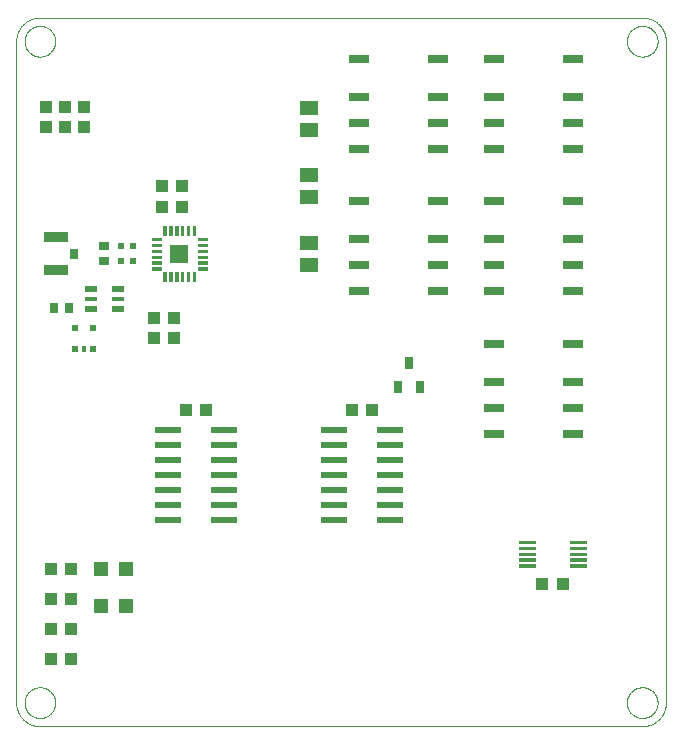
<source format=gtp>
G75*
%MOIN*%
%OFA0B0*%
%FSLAX25Y25*%
%IPPOS*%
%LPD*%
%AMOC8*
5,1,8,0,0,1.08239X$1,22.5*
%
%ADD10C,0.00001*%
%ADD11R,0.04331X0.03937*%
%ADD12R,0.03543X0.02756*%
%ADD13R,0.06457X0.06457*%
%ADD14C,0.00256*%
%ADD15R,0.02362X0.02362*%
%ADD16R,0.03000X0.03800*%
%ADD17R,0.08400X0.03200*%
%ADD18R,0.06700X0.03000*%
%ADD19R,0.05906X0.05118*%
%ADD20C,0.00276*%
%ADD21R,0.08600X0.02200*%
%ADD22R,0.03937X0.04331*%
%ADD23R,0.04724X0.04724*%
%ADD24R,0.03937X0.01181*%
%ADD25R,0.03937X0.02362*%
%ADD26R,0.01575X0.02362*%
%ADD27R,0.02756X0.03543*%
%ADD28R,0.02500X0.04000*%
D10*
X0105675Y0063549D02*
X0105675Y0284021D01*
X0108431Y0284021D02*
X0108433Y0284164D01*
X0108439Y0284307D01*
X0108449Y0284449D01*
X0108463Y0284591D01*
X0108481Y0284733D01*
X0108503Y0284875D01*
X0108528Y0285015D01*
X0108558Y0285155D01*
X0108592Y0285294D01*
X0108629Y0285432D01*
X0108671Y0285569D01*
X0108716Y0285704D01*
X0108765Y0285838D01*
X0108817Y0285971D01*
X0108873Y0286103D01*
X0108933Y0286232D01*
X0108997Y0286360D01*
X0109064Y0286487D01*
X0109135Y0286611D01*
X0109209Y0286733D01*
X0109286Y0286853D01*
X0109367Y0286971D01*
X0109451Y0287087D01*
X0109538Y0287200D01*
X0109628Y0287311D01*
X0109722Y0287419D01*
X0109818Y0287525D01*
X0109917Y0287627D01*
X0110020Y0287727D01*
X0110124Y0287824D01*
X0110232Y0287919D01*
X0110342Y0288010D01*
X0110455Y0288098D01*
X0110570Y0288182D01*
X0110687Y0288264D01*
X0110807Y0288342D01*
X0110928Y0288417D01*
X0111052Y0288489D01*
X0111178Y0288557D01*
X0111305Y0288621D01*
X0111435Y0288682D01*
X0111566Y0288739D01*
X0111698Y0288793D01*
X0111832Y0288842D01*
X0111967Y0288889D01*
X0112104Y0288931D01*
X0112242Y0288969D01*
X0112380Y0289004D01*
X0112520Y0289034D01*
X0112660Y0289061D01*
X0112801Y0289084D01*
X0112943Y0289103D01*
X0113085Y0289118D01*
X0113228Y0289129D01*
X0113370Y0289136D01*
X0113513Y0289139D01*
X0113656Y0289138D01*
X0113799Y0289133D01*
X0113942Y0289124D01*
X0114084Y0289111D01*
X0114226Y0289094D01*
X0114367Y0289073D01*
X0114508Y0289048D01*
X0114648Y0289020D01*
X0114787Y0288987D01*
X0114925Y0288950D01*
X0115062Y0288910D01*
X0115198Y0288866D01*
X0115333Y0288818D01*
X0115466Y0288766D01*
X0115598Y0288711D01*
X0115728Y0288652D01*
X0115857Y0288589D01*
X0115983Y0288523D01*
X0116108Y0288453D01*
X0116231Y0288380D01*
X0116351Y0288304D01*
X0116470Y0288224D01*
X0116586Y0288140D01*
X0116700Y0288054D01*
X0116811Y0287964D01*
X0116920Y0287872D01*
X0117026Y0287776D01*
X0117130Y0287678D01*
X0117231Y0287576D01*
X0117328Y0287472D01*
X0117423Y0287365D01*
X0117515Y0287256D01*
X0117604Y0287144D01*
X0117690Y0287029D01*
X0117772Y0286913D01*
X0117851Y0286793D01*
X0117927Y0286672D01*
X0117999Y0286549D01*
X0118068Y0286424D01*
X0118133Y0286297D01*
X0118195Y0286168D01*
X0118253Y0286037D01*
X0118308Y0285905D01*
X0118358Y0285771D01*
X0118405Y0285636D01*
X0118449Y0285500D01*
X0118488Y0285363D01*
X0118523Y0285224D01*
X0118555Y0285085D01*
X0118583Y0284945D01*
X0118607Y0284804D01*
X0118627Y0284662D01*
X0118643Y0284520D01*
X0118655Y0284378D01*
X0118663Y0284235D01*
X0118667Y0284092D01*
X0118667Y0283950D01*
X0118663Y0283807D01*
X0118655Y0283664D01*
X0118643Y0283522D01*
X0118627Y0283380D01*
X0118607Y0283238D01*
X0118583Y0283097D01*
X0118555Y0282957D01*
X0118523Y0282818D01*
X0118488Y0282679D01*
X0118449Y0282542D01*
X0118405Y0282406D01*
X0118358Y0282271D01*
X0118308Y0282137D01*
X0118253Y0282005D01*
X0118195Y0281874D01*
X0118133Y0281745D01*
X0118068Y0281618D01*
X0117999Y0281493D01*
X0117927Y0281370D01*
X0117851Y0281249D01*
X0117772Y0281129D01*
X0117690Y0281013D01*
X0117604Y0280898D01*
X0117515Y0280786D01*
X0117423Y0280677D01*
X0117328Y0280570D01*
X0117231Y0280466D01*
X0117130Y0280364D01*
X0117026Y0280266D01*
X0116920Y0280170D01*
X0116811Y0280078D01*
X0116700Y0279988D01*
X0116586Y0279902D01*
X0116470Y0279818D01*
X0116351Y0279738D01*
X0116231Y0279662D01*
X0116108Y0279589D01*
X0115983Y0279519D01*
X0115857Y0279453D01*
X0115728Y0279390D01*
X0115598Y0279331D01*
X0115466Y0279276D01*
X0115333Y0279224D01*
X0115198Y0279176D01*
X0115062Y0279132D01*
X0114925Y0279092D01*
X0114787Y0279055D01*
X0114648Y0279022D01*
X0114508Y0278994D01*
X0114367Y0278969D01*
X0114226Y0278948D01*
X0114084Y0278931D01*
X0113942Y0278918D01*
X0113799Y0278909D01*
X0113656Y0278904D01*
X0113513Y0278903D01*
X0113370Y0278906D01*
X0113228Y0278913D01*
X0113085Y0278924D01*
X0112943Y0278939D01*
X0112801Y0278958D01*
X0112660Y0278981D01*
X0112520Y0279008D01*
X0112380Y0279038D01*
X0112242Y0279073D01*
X0112104Y0279111D01*
X0111967Y0279153D01*
X0111832Y0279200D01*
X0111698Y0279249D01*
X0111566Y0279303D01*
X0111435Y0279360D01*
X0111305Y0279421D01*
X0111178Y0279485D01*
X0111052Y0279553D01*
X0110928Y0279625D01*
X0110807Y0279700D01*
X0110687Y0279778D01*
X0110570Y0279860D01*
X0110455Y0279944D01*
X0110342Y0280032D01*
X0110232Y0280123D01*
X0110124Y0280218D01*
X0110020Y0280315D01*
X0109917Y0280415D01*
X0109818Y0280517D01*
X0109722Y0280623D01*
X0109628Y0280731D01*
X0109538Y0280842D01*
X0109451Y0280955D01*
X0109367Y0281071D01*
X0109286Y0281189D01*
X0109209Y0281309D01*
X0109135Y0281431D01*
X0109064Y0281555D01*
X0108997Y0281682D01*
X0108933Y0281810D01*
X0108873Y0281939D01*
X0108817Y0282071D01*
X0108765Y0282204D01*
X0108716Y0282338D01*
X0108671Y0282473D01*
X0108629Y0282610D01*
X0108592Y0282748D01*
X0108558Y0282887D01*
X0108528Y0283027D01*
X0108503Y0283167D01*
X0108481Y0283309D01*
X0108463Y0283451D01*
X0108449Y0283593D01*
X0108439Y0283735D01*
X0108433Y0283878D01*
X0108431Y0284021D01*
X0105675Y0284021D02*
X0105677Y0284211D01*
X0105684Y0284401D01*
X0105696Y0284591D01*
X0105712Y0284781D01*
X0105732Y0284970D01*
X0105758Y0285159D01*
X0105787Y0285347D01*
X0105822Y0285534D01*
X0105861Y0285720D01*
X0105904Y0285905D01*
X0105952Y0286090D01*
X0106004Y0286273D01*
X0106060Y0286454D01*
X0106121Y0286634D01*
X0106187Y0286813D01*
X0106256Y0286990D01*
X0106330Y0287166D01*
X0106408Y0287339D01*
X0106491Y0287511D01*
X0106577Y0287680D01*
X0106667Y0287848D01*
X0106762Y0288013D01*
X0106860Y0288176D01*
X0106963Y0288336D01*
X0107069Y0288494D01*
X0107179Y0288649D01*
X0107292Y0288802D01*
X0107410Y0288952D01*
X0107531Y0289098D01*
X0107655Y0289242D01*
X0107783Y0289383D01*
X0107914Y0289521D01*
X0108049Y0289656D01*
X0108187Y0289787D01*
X0108328Y0289915D01*
X0108472Y0290039D01*
X0108618Y0290160D01*
X0108768Y0290278D01*
X0108921Y0290391D01*
X0109076Y0290501D01*
X0109234Y0290607D01*
X0109394Y0290710D01*
X0109557Y0290808D01*
X0109722Y0290903D01*
X0109890Y0290993D01*
X0110059Y0291079D01*
X0110231Y0291162D01*
X0110404Y0291240D01*
X0110580Y0291314D01*
X0110757Y0291383D01*
X0110936Y0291449D01*
X0111116Y0291510D01*
X0111297Y0291566D01*
X0111480Y0291618D01*
X0111665Y0291666D01*
X0111850Y0291709D01*
X0112036Y0291748D01*
X0112223Y0291783D01*
X0112411Y0291812D01*
X0112600Y0291838D01*
X0112789Y0291858D01*
X0112979Y0291874D01*
X0113169Y0291886D01*
X0113359Y0291893D01*
X0113549Y0291895D01*
X0314336Y0291895D01*
X0309218Y0284021D02*
X0309220Y0284164D01*
X0309226Y0284307D01*
X0309236Y0284449D01*
X0309250Y0284591D01*
X0309268Y0284733D01*
X0309290Y0284875D01*
X0309315Y0285015D01*
X0309345Y0285155D01*
X0309379Y0285294D01*
X0309416Y0285432D01*
X0309458Y0285569D01*
X0309503Y0285704D01*
X0309552Y0285838D01*
X0309604Y0285971D01*
X0309660Y0286103D01*
X0309720Y0286232D01*
X0309784Y0286360D01*
X0309851Y0286487D01*
X0309922Y0286611D01*
X0309996Y0286733D01*
X0310073Y0286853D01*
X0310154Y0286971D01*
X0310238Y0287087D01*
X0310325Y0287200D01*
X0310415Y0287311D01*
X0310509Y0287419D01*
X0310605Y0287525D01*
X0310704Y0287627D01*
X0310807Y0287727D01*
X0310911Y0287824D01*
X0311019Y0287919D01*
X0311129Y0288010D01*
X0311242Y0288098D01*
X0311357Y0288182D01*
X0311474Y0288264D01*
X0311594Y0288342D01*
X0311715Y0288417D01*
X0311839Y0288489D01*
X0311965Y0288557D01*
X0312092Y0288621D01*
X0312222Y0288682D01*
X0312353Y0288739D01*
X0312485Y0288793D01*
X0312619Y0288842D01*
X0312754Y0288889D01*
X0312891Y0288931D01*
X0313029Y0288969D01*
X0313167Y0289004D01*
X0313307Y0289034D01*
X0313447Y0289061D01*
X0313588Y0289084D01*
X0313730Y0289103D01*
X0313872Y0289118D01*
X0314015Y0289129D01*
X0314157Y0289136D01*
X0314300Y0289139D01*
X0314443Y0289138D01*
X0314586Y0289133D01*
X0314729Y0289124D01*
X0314871Y0289111D01*
X0315013Y0289094D01*
X0315154Y0289073D01*
X0315295Y0289048D01*
X0315435Y0289020D01*
X0315574Y0288987D01*
X0315712Y0288950D01*
X0315849Y0288910D01*
X0315985Y0288866D01*
X0316120Y0288818D01*
X0316253Y0288766D01*
X0316385Y0288711D01*
X0316515Y0288652D01*
X0316644Y0288589D01*
X0316770Y0288523D01*
X0316895Y0288453D01*
X0317018Y0288380D01*
X0317138Y0288304D01*
X0317257Y0288224D01*
X0317373Y0288140D01*
X0317487Y0288054D01*
X0317598Y0287964D01*
X0317707Y0287872D01*
X0317813Y0287776D01*
X0317917Y0287678D01*
X0318018Y0287576D01*
X0318115Y0287472D01*
X0318210Y0287365D01*
X0318302Y0287256D01*
X0318391Y0287144D01*
X0318477Y0287029D01*
X0318559Y0286913D01*
X0318638Y0286793D01*
X0318714Y0286672D01*
X0318786Y0286549D01*
X0318855Y0286424D01*
X0318920Y0286297D01*
X0318982Y0286168D01*
X0319040Y0286037D01*
X0319095Y0285905D01*
X0319145Y0285771D01*
X0319192Y0285636D01*
X0319236Y0285500D01*
X0319275Y0285363D01*
X0319310Y0285224D01*
X0319342Y0285085D01*
X0319370Y0284945D01*
X0319394Y0284804D01*
X0319414Y0284662D01*
X0319430Y0284520D01*
X0319442Y0284378D01*
X0319450Y0284235D01*
X0319454Y0284092D01*
X0319454Y0283950D01*
X0319450Y0283807D01*
X0319442Y0283664D01*
X0319430Y0283522D01*
X0319414Y0283380D01*
X0319394Y0283238D01*
X0319370Y0283097D01*
X0319342Y0282957D01*
X0319310Y0282818D01*
X0319275Y0282679D01*
X0319236Y0282542D01*
X0319192Y0282406D01*
X0319145Y0282271D01*
X0319095Y0282137D01*
X0319040Y0282005D01*
X0318982Y0281874D01*
X0318920Y0281745D01*
X0318855Y0281618D01*
X0318786Y0281493D01*
X0318714Y0281370D01*
X0318638Y0281249D01*
X0318559Y0281129D01*
X0318477Y0281013D01*
X0318391Y0280898D01*
X0318302Y0280786D01*
X0318210Y0280677D01*
X0318115Y0280570D01*
X0318018Y0280466D01*
X0317917Y0280364D01*
X0317813Y0280266D01*
X0317707Y0280170D01*
X0317598Y0280078D01*
X0317487Y0279988D01*
X0317373Y0279902D01*
X0317257Y0279818D01*
X0317138Y0279738D01*
X0317018Y0279662D01*
X0316895Y0279589D01*
X0316770Y0279519D01*
X0316644Y0279453D01*
X0316515Y0279390D01*
X0316385Y0279331D01*
X0316253Y0279276D01*
X0316120Y0279224D01*
X0315985Y0279176D01*
X0315849Y0279132D01*
X0315712Y0279092D01*
X0315574Y0279055D01*
X0315435Y0279022D01*
X0315295Y0278994D01*
X0315154Y0278969D01*
X0315013Y0278948D01*
X0314871Y0278931D01*
X0314729Y0278918D01*
X0314586Y0278909D01*
X0314443Y0278904D01*
X0314300Y0278903D01*
X0314157Y0278906D01*
X0314015Y0278913D01*
X0313872Y0278924D01*
X0313730Y0278939D01*
X0313588Y0278958D01*
X0313447Y0278981D01*
X0313307Y0279008D01*
X0313167Y0279038D01*
X0313029Y0279073D01*
X0312891Y0279111D01*
X0312754Y0279153D01*
X0312619Y0279200D01*
X0312485Y0279249D01*
X0312353Y0279303D01*
X0312222Y0279360D01*
X0312092Y0279421D01*
X0311965Y0279485D01*
X0311839Y0279553D01*
X0311715Y0279625D01*
X0311594Y0279700D01*
X0311474Y0279778D01*
X0311357Y0279860D01*
X0311242Y0279944D01*
X0311129Y0280032D01*
X0311019Y0280123D01*
X0310911Y0280218D01*
X0310807Y0280315D01*
X0310704Y0280415D01*
X0310605Y0280517D01*
X0310509Y0280623D01*
X0310415Y0280731D01*
X0310325Y0280842D01*
X0310238Y0280955D01*
X0310154Y0281071D01*
X0310073Y0281189D01*
X0309996Y0281309D01*
X0309922Y0281431D01*
X0309851Y0281555D01*
X0309784Y0281682D01*
X0309720Y0281810D01*
X0309660Y0281939D01*
X0309604Y0282071D01*
X0309552Y0282204D01*
X0309503Y0282338D01*
X0309458Y0282473D01*
X0309416Y0282610D01*
X0309379Y0282748D01*
X0309345Y0282887D01*
X0309315Y0283027D01*
X0309290Y0283167D01*
X0309268Y0283309D01*
X0309250Y0283451D01*
X0309236Y0283593D01*
X0309226Y0283735D01*
X0309220Y0283878D01*
X0309218Y0284021D01*
X0314336Y0291895D02*
X0314526Y0291893D01*
X0314716Y0291886D01*
X0314906Y0291874D01*
X0315096Y0291858D01*
X0315285Y0291838D01*
X0315474Y0291812D01*
X0315662Y0291783D01*
X0315849Y0291748D01*
X0316035Y0291709D01*
X0316220Y0291666D01*
X0316405Y0291618D01*
X0316588Y0291566D01*
X0316769Y0291510D01*
X0316949Y0291449D01*
X0317128Y0291383D01*
X0317305Y0291314D01*
X0317481Y0291240D01*
X0317654Y0291162D01*
X0317826Y0291079D01*
X0317995Y0290993D01*
X0318163Y0290903D01*
X0318328Y0290808D01*
X0318491Y0290710D01*
X0318651Y0290607D01*
X0318809Y0290501D01*
X0318964Y0290391D01*
X0319117Y0290278D01*
X0319267Y0290160D01*
X0319413Y0290039D01*
X0319557Y0289915D01*
X0319698Y0289787D01*
X0319836Y0289656D01*
X0319971Y0289521D01*
X0320102Y0289383D01*
X0320230Y0289242D01*
X0320354Y0289098D01*
X0320475Y0288952D01*
X0320593Y0288802D01*
X0320706Y0288649D01*
X0320816Y0288494D01*
X0320922Y0288336D01*
X0321025Y0288176D01*
X0321123Y0288013D01*
X0321218Y0287848D01*
X0321308Y0287680D01*
X0321394Y0287511D01*
X0321477Y0287339D01*
X0321555Y0287166D01*
X0321629Y0286990D01*
X0321698Y0286813D01*
X0321764Y0286634D01*
X0321825Y0286454D01*
X0321881Y0286273D01*
X0321933Y0286090D01*
X0321981Y0285905D01*
X0322024Y0285720D01*
X0322063Y0285534D01*
X0322098Y0285347D01*
X0322127Y0285159D01*
X0322153Y0284970D01*
X0322173Y0284781D01*
X0322189Y0284591D01*
X0322201Y0284401D01*
X0322208Y0284211D01*
X0322210Y0284021D01*
X0322210Y0063549D01*
X0309218Y0063549D02*
X0309220Y0063692D01*
X0309226Y0063835D01*
X0309236Y0063977D01*
X0309250Y0064119D01*
X0309268Y0064261D01*
X0309290Y0064403D01*
X0309315Y0064543D01*
X0309345Y0064683D01*
X0309379Y0064822D01*
X0309416Y0064960D01*
X0309458Y0065097D01*
X0309503Y0065232D01*
X0309552Y0065366D01*
X0309604Y0065499D01*
X0309660Y0065631D01*
X0309720Y0065760D01*
X0309784Y0065888D01*
X0309851Y0066015D01*
X0309922Y0066139D01*
X0309996Y0066261D01*
X0310073Y0066381D01*
X0310154Y0066499D01*
X0310238Y0066615D01*
X0310325Y0066728D01*
X0310415Y0066839D01*
X0310509Y0066947D01*
X0310605Y0067053D01*
X0310704Y0067155D01*
X0310807Y0067255D01*
X0310911Y0067352D01*
X0311019Y0067447D01*
X0311129Y0067538D01*
X0311242Y0067626D01*
X0311357Y0067710D01*
X0311474Y0067792D01*
X0311594Y0067870D01*
X0311715Y0067945D01*
X0311839Y0068017D01*
X0311965Y0068085D01*
X0312092Y0068149D01*
X0312222Y0068210D01*
X0312353Y0068267D01*
X0312485Y0068321D01*
X0312619Y0068370D01*
X0312754Y0068417D01*
X0312891Y0068459D01*
X0313029Y0068497D01*
X0313167Y0068532D01*
X0313307Y0068562D01*
X0313447Y0068589D01*
X0313588Y0068612D01*
X0313730Y0068631D01*
X0313872Y0068646D01*
X0314015Y0068657D01*
X0314157Y0068664D01*
X0314300Y0068667D01*
X0314443Y0068666D01*
X0314586Y0068661D01*
X0314729Y0068652D01*
X0314871Y0068639D01*
X0315013Y0068622D01*
X0315154Y0068601D01*
X0315295Y0068576D01*
X0315435Y0068548D01*
X0315574Y0068515D01*
X0315712Y0068478D01*
X0315849Y0068438D01*
X0315985Y0068394D01*
X0316120Y0068346D01*
X0316253Y0068294D01*
X0316385Y0068239D01*
X0316515Y0068180D01*
X0316644Y0068117D01*
X0316770Y0068051D01*
X0316895Y0067981D01*
X0317018Y0067908D01*
X0317138Y0067832D01*
X0317257Y0067752D01*
X0317373Y0067668D01*
X0317487Y0067582D01*
X0317598Y0067492D01*
X0317707Y0067400D01*
X0317813Y0067304D01*
X0317917Y0067206D01*
X0318018Y0067104D01*
X0318115Y0067000D01*
X0318210Y0066893D01*
X0318302Y0066784D01*
X0318391Y0066672D01*
X0318477Y0066557D01*
X0318559Y0066441D01*
X0318638Y0066321D01*
X0318714Y0066200D01*
X0318786Y0066077D01*
X0318855Y0065952D01*
X0318920Y0065825D01*
X0318982Y0065696D01*
X0319040Y0065565D01*
X0319095Y0065433D01*
X0319145Y0065299D01*
X0319192Y0065164D01*
X0319236Y0065028D01*
X0319275Y0064891D01*
X0319310Y0064752D01*
X0319342Y0064613D01*
X0319370Y0064473D01*
X0319394Y0064332D01*
X0319414Y0064190D01*
X0319430Y0064048D01*
X0319442Y0063906D01*
X0319450Y0063763D01*
X0319454Y0063620D01*
X0319454Y0063478D01*
X0319450Y0063335D01*
X0319442Y0063192D01*
X0319430Y0063050D01*
X0319414Y0062908D01*
X0319394Y0062766D01*
X0319370Y0062625D01*
X0319342Y0062485D01*
X0319310Y0062346D01*
X0319275Y0062207D01*
X0319236Y0062070D01*
X0319192Y0061934D01*
X0319145Y0061799D01*
X0319095Y0061665D01*
X0319040Y0061533D01*
X0318982Y0061402D01*
X0318920Y0061273D01*
X0318855Y0061146D01*
X0318786Y0061021D01*
X0318714Y0060898D01*
X0318638Y0060777D01*
X0318559Y0060657D01*
X0318477Y0060541D01*
X0318391Y0060426D01*
X0318302Y0060314D01*
X0318210Y0060205D01*
X0318115Y0060098D01*
X0318018Y0059994D01*
X0317917Y0059892D01*
X0317813Y0059794D01*
X0317707Y0059698D01*
X0317598Y0059606D01*
X0317487Y0059516D01*
X0317373Y0059430D01*
X0317257Y0059346D01*
X0317138Y0059266D01*
X0317018Y0059190D01*
X0316895Y0059117D01*
X0316770Y0059047D01*
X0316644Y0058981D01*
X0316515Y0058918D01*
X0316385Y0058859D01*
X0316253Y0058804D01*
X0316120Y0058752D01*
X0315985Y0058704D01*
X0315849Y0058660D01*
X0315712Y0058620D01*
X0315574Y0058583D01*
X0315435Y0058550D01*
X0315295Y0058522D01*
X0315154Y0058497D01*
X0315013Y0058476D01*
X0314871Y0058459D01*
X0314729Y0058446D01*
X0314586Y0058437D01*
X0314443Y0058432D01*
X0314300Y0058431D01*
X0314157Y0058434D01*
X0314015Y0058441D01*
X0313872Y0058452D01*
X0313730Y0058467D01*
X0313588Y0058486D01*
X0313447Y0058509D01*
X0313307Y0058536D01*
X0313167Y0058566D01*
X0313029Y0058601D01*
X0312891Y0058639D01*
X0312754Y0058681D01*
X0312619Y0058728D01*
X0312485Y0058777D01*
X0312353Y0058831D01*
X0312222Y0058888D01*
X0312092Y0058949D01*
X0311965Y0059013D01*
X0311839Y0059081D01*
X0311715Y0059153D01*
X0311594Y0059228D01*
X0311474Y0059306D01*
X0311357Y0059388D01*
X0311242Y0059472D01*
X0311129Y0059560D01*
X0311019Y0059651D01*
X0310911Y0059746D01*
X0310807Y0059843D01*
X0310704Y0059943D01*
X0310605Y0060045D01*
X0310509Y0060151D01*
X0310415Y0060259D01*
X0310325Y0060370D01*
X0310238Y0060483D01*
X0310154Y0060599D01*
X0310073Y0060717D01*
X0309996Y0060837D01*
X0309922Y0060959D01*
X0309851Y0061083D01*
X0309784Y0061210D01*
X0309720Y0061338D01*
X0309660Y0061467D01*
X0309604Y0061599D01*
X0309552Y0061732D01*
X0309503Y0061866D01*
X0309458Y0062001D01*
X0309416Y0062138D01*
X0309379Y0062276D01*
X0309345Y0062415D01*
X0309315Y0062555D01*
X0309290Y0062695D01*
X0309268Y0062837D01*
X0309250Y0062979D01*
X0309236Y0063121D01*
X0309226Y0063263D01*
X0309220Y0063406D01*
X0309218Y0063549D01*
X0314336Y0055675D02*
X0314526Y0055677D01*
X0314716Y0055684D01*
X0314906Y0055696D01*
X0315096Y0055712D01*
X0315285Y0055732D01*
X0315474Y0055758D01*
X0315662Y0055787D01*
X0315849Y0055822D01*
X0316035Y0055861D01*
X0316220Y0055904D01*
X0316405Y0055952D01*
X0316588Y0056004D01*
X0316769Y0056060D01*
X0316949Y0056121D01*
X0317128Y0056187D01*
X0317305Y0056256D01*
X0317481Y0056330D01*
X0317654Y0056408D01*
X0317826Y0056491D01*
X0317995Y0056577D01*
X0318163Y0056667D01*
X0318328Y0056762D01*
X0318491Y0056860D01*
X0318651Y0056963D01*
X0318809Y0057069D01*
X0318964Y0057179D01*
X0319117Y0057292D01*
X0319267Y0057410D01*
X0319413Y0057531D01*
X0319557Y0057655D01*
X0319698Y0057783D01*
X0319836Y0057914D01*
X0319971Y0058049D01*
X0320102Y0058187D01*
X0320230Y0058328D01*
X0320354Y0058472D01*
X0320475Y0058618D01*
X0320593Y0058768D01*
X0320706Y0058921D01*
X0320816Y0059076D01*
X0320922Y0059234D01*
X0321025Y0059394D01*
X0321123Y0059557D01*
X0321218Y0059722D01*
X0321308Y0059890D01*
X0321394Y0060059D01*
X0321477Y0060231D01*
X0321555Y0060404D01*
X0321629Y0060580D01*
X0321698Y0060757D01*
X0321764Y0060936D01*
X0321825Y0061116D01*
X0321881Y0061297D01*
X0321933Y0061480D01*
X0321981Y0061665D01*
X0322024Y0061850D01*
X0322063Y0062036D01*
X0322098Y0062223D01*
X0322127Y0062411D01*
X0322153Y0062600D01*
X0322173Y0062789D01*
X0322189Y0062979D01*
X0322201Y0063169D01*
X0322208Y0063359D01*
X0322210Y0063549D01*
X0314336Y0055675D02*
X0113549Y0055675D01*
X0108431Y0063549D02*
X0108433Y0063692D01*
X0108439Y0063835D01*
X0108449Y0063977D01*
X0108463Y0064119D01*
X0108481Y0064261D01*
X0108503Y0064403D01*
X0108528Y0064543D01*
X0108558Y0064683D01*
X0108592Y0064822D01*
X0108629Y0064960D01*
X0108671Y0065097D01*
X0108716Y0065232D01*
X0108765Y0065366D01*
X0108817Y0065499D01*
X0108873Y0065631D01*
X0108933Y0065760D01*
X0108997Y0065888D01*
X0109064Y0066015D01*
X0109135Y0066139D01*
X0109209Y0066261D01*
X0109286Y0066381D01*
X0109367Y0066499D01*
X0109451Y0066615D01*
X0109538Y0066728D01*
X0109628Y0066839D01*
X0109722Y0066947D01*
X0109818Y0067053D01*
X0109917Y0067155D01*
X0110020Y0067255D01*
X0110124Y0067352D01*
X0110232Y0067447D01*
X0110342Y0067538D01*
X0110455Y0067626D01*
X0110570Y0067710D01*
X0110687Y0067792D01*
X0110807Y0067870D01*
X0110928Y0067945D01*
X0111052Y0068017D01*
X0111178Y0068085D01*
X0111305Y0068149D01*
X0111435Y0068210D01*
X0111566Y0068267D01*
X0111698Y0068321D01*
X0111832Y0068370D01*
X0111967Y0068417D01*
X0112104Y0068459D01*
X0112242Y0068497D01*
X0112380Y0068532D01*
X0112520Y0068562D01*
X0112660Y0068589D01*
X0112801Y0068612D01*
X0112943Y0068631D01*
X0113085Y0068646D01*
X0113228Y0068657D01*
X0113370Y0068664D01*
X0113513Y0068667D01*
X0113656Y0068666D01*
X0113799Y0068661D01*
X0113942Y0068652D01*
X0114084Y0068639D01*
X0114226Y0068622D01*
X0114367Y0068601D01*
X0114508Y0068576D01*
X0114648Y0068548D01*
X0114787Y0068515D01*
X0114925Y0068478D01*
X0115062Y0068438D01*
X0115198Y0068394D01*
X0115333Y0068346D01*
X0115466Y0068294D01*
X0115598Y0068239D01*
X0115728Y0068180D01*
X0115857Y0068117D01*
X0115983Y0068051D01*
X0116108Y0067981D01*
X0116231Y0067908D01*
X0116351Y0067832D01*
X0116470Y0067752D01*
X0116586Y0067668D01*
X0116700Y0067582D01*
X0116811Y0067492D01*
X0116920Y0067400D01*
X0117026Y0067304D01*
X0117130Y0067206D01*
X0117231Y0067104D01*
X0117328Y0067000D01*
X0117423Y0066893D01*
X0117515Y0066784D01*
X0117604Y0066672D01*
X0117690Y0066557D01*
X0117772Y0066441D01*
X0117851Y0066321D01*
X0117927Y0066200D01*
X0117999Y0066077D01*
X0118068Y0065952D01*
X0118133Y0065825D01*
X0118195Y0065696D01*
X0118253Y0065565D01*
X0118308Y0065433D01*
X0118358Y0065299D01*
X0118405Y0065164D01*
X0118449Y0065028D01*
X0118488Y0064891D01*
X0118523Y0064752D01*
X0118555Y0064613D01*
X0118583Y0064473D01*
X0118607Y0064332D01*
X0118627Y0064190D01*
X0118643Y0064048D01*
X0118655Y0063906D01*
X0118663Y0063763D01*
X0118667Y0063620D01*
X0118667Y0063478D01*
X0118663Y0063335D01*
X0118655Y0063192D01*
X0118643Y0063050D01*
X0118627Y0062908D01*
X0118607Y0062766D01*
X0118583Y0062625D01*
X0118555Y0062485D01*
X0118523Y0062346D01*
X0118488Y0062207D01*
X0118449Y0062070D01*
X0118405Y0061934D01*
X0118358Y0061799D01*
X0118308Y0061665D01*
X0118253Y0061533D01*
X0118195Y0061402D01*
X0118133Y0061273D01*
X0118068Y0061146D01*
X0117999Y0061021D01*
X0117927Y0060898D01*
X0117851Y0060777D01*
X0117772Y0060657D01*
X0117690Y0060541D01*
X0117604Y0060426D01*
X0117515Y0060314D01*
X0117423Y0060205D01*
X0117328Y0060098D01*
X0117231Y0059994D01*
X0117130Y0059892D01*
X0117026Y0059794D01*
X0116920Y0059698D01*
X0116811Y0059606D01*
X0116700Y0059516D01*
X0116586Y0059430D01*
X0116470Y0059346D01*
X0116351Y0059266D01*
X0116231Y0059190D01*
X0116108Y0059117D01*
X0115983Y0059047D01*
X0115857Y0058981D01*
X0115728Y0058918D01*
X0115598Y0058859D01*
X0115466Y0058804D01*
X0115333Y0058752D01*
X0115198Y0058704D01*
X0115062Y0058660D01*
X0114925Y0058620D01*
X0114787Y0058583D01*
X0114648Y0058550D01*
X0114508Y0058522D01*
X0114367Y0058497D01*
X0114226Y0058476D01*
X0114084Y0058459D01*
X0113942Y0058446D01*
X0113799Y0058437D01*
X0113656Y0058432D01*
X0113513Y0058431D01*
X0113370Y0058434D01*
X0113228Y0058441D01*
X0113085Y0058452D01*
X0112943Y0058467D01*
X0112801Y0058486D01*
X0112660Y0058509D01*
X0112520Y0058536D01*
X0112380Y0058566D01*
X0112242Y0058601D01*
X0112104Y0058639D01*
X0111967Y0058681D01*
X0111832Y0058728D01*
X0111698Y0058777D01*
X0111566Y0058831D01*
X0111435Y0058888D01*
X0111305Y0058949D01*
X0111178Y0059013D01*
X0111052Y0059081D01*
X0110928Y0059153D01*
X0110807Y0059228D01*
X0110687Y0059306D01*
X0110570Y0059388D01*
X0110455Y0059472D01*
X0110342Y0059560D01*
X0110232Y0059651D01*
X0110124Y0059746D01*
X0110020Y0059843D01*
X0109917Y0059943D01*
X0109818Y0060045D01*
X0109722Y0060151D01*
X0109628Y0060259D01*
X0109538Y0060370D01*
X0109451Y0060483D01*
X0109367Y0060599D01*
X0109286Y0060717D01*
X0109209Y0060837D01*
X0109135Y0060959D01*
X0109064Y0061083D01*
X0108997Y0061210D01*
X0108933Y0061338D01*
X0108873Y0061467D01*
X0108817Y0061599D01*
X0108765Y0061732D01*
X0108716Y0061866D01*
X0108671Y0062001D01*
X0108629Y0062138D01*
X0108592Y0062276D01*
X0108558Y0062415D01*
X0108528Y0062555D01*
X0108503Y0062695D01*
X0108481Y0062837D01*
X0108463Y0062979D01*
X0108449Y0063121D01*
X0108439Y0063263D01*
X0108433Y0063406D01*
X0108431Y0063549D01*
X0105675Y0063549D02*
X0105677Y0063359D01*
X0105684Y0063169D01*
X0105696Y0062979D01*
X0105712Y0062789D01*
X0105732Y0062600D01*
X0105758Y0062411D01*
X0105787Y0062223D01*
X0105822Y0062036D01*
X0105861Y0061850D01*
X0105904Y0061665D01*
X0105952Y0061480D01*
X0106004Y0061297D01*
X0106060Y0061116D01*
X0106121Y0060936D01*
X0106187Y0060757D01*
X0106256Y0060580D01*
X0106330Y0060404D01*
X0106408Y0060231D01*
X0106491Y0060059D01*
X0106577Y0059890D01*
X0106667Y0059722D01*
X0106762Y0059557D01*
X0106860Y0059394D01*
X0106963Y0059234D01*
X0107069Y0059076D01*
X0107179Y0058921D01*
X0107292Y0058768D01*
X0107410Y0058618D01*
X0107531Y0058472D01*
X0107655Y0058328D01*
X0107783Y0058187D01*
X0107914Y0058049D01*
X0108049Y0057914D01*
X0108187Y0057783D01*
X0108328Y0057655D01*
X0108472Y0057531D01*
X0108618Y0057410D01*
X0108768Y0057292D01*
X0108921Y0057179D01*
X0109076Y0057069D01*
X0109234Y0056963D01*
X0109394Y0056860D01*
X0109557Y0056762D01*
X0109722Y0056667D01*
X0109890Y0056577D01*
X0110059Y0056491D01*
X0110231Y0056408D01*
X0110404Y0056330D01*
X0110580Y0056256D01*
X0110757Y0056187D01*
X0110936Y0056121D01*
X0111116Y0056060D01*
X0111297Y0056004D01*
X0111480Y0055952D01*
X0111665Y0055904D01*
X0111850Y0055861D01*
X0112036Y0055822D01*
X0112223Y0055787D01*
X0112411Y0055758D01*
X0112600Y0055732D01*
X0112789Y0055712D01*
X0112979Y0055696D01*
X0113169Y0055684D01*
X0113359Y0055677D01*
X0113549Y0055675D01*
D11*
X0117329Y0078175D03*
X0124021Y0078175D03*
X0124021Y0088175D03*
X0117329Y0088175D03*
X0117329Y0098175D03*
X0124021Y0098175D03*
X0124021Y0108175D03*
X0117329Y0108175D03*
X0162368Y0160990D03*
X0169061Y0160990D03*
X0158396Y0185050D03*
X0151704Y0185050D03*
X0151704Y0191925D03*
X0158396Y0191925D03*
X0160896Y0228800D03*
X0154204Y0228800D03*
X0154204Y0235675D03*
X0160896Y0235675D03*
X0217486Y0160990D03*
X0224179Y0160990D03*
X0281079Y0103175D03*
X0287771Y0103175D03*
D12*
X0135050Y0210616D03*
X0135050Y0215734D03*
D13*
X0160050Y0213175D03*
D14*
X0160650Y0206964D02*
X0160650Y0204032D01*
X0160650Y0206964D02*
X0161418Y0206964D01*
X0161418Y0204032D01*
X0160650Y0204032D01*
X0160650Y0204275D02*
X0161418Y0204275D01*
X0161418Y0204518D02*
X0160650Y0204518D01*
X0160650Y0204761D02*
X0161418Y0204761D01*
X0161418Y0205004D02*
X0160650Y0205004D01*
X0160650Y0205247D02*
X0161418Y0205247D01*
X0161418Y0205490D02*
X0160650Y0205490D01*
X0160650Y0205733D02*
X0161418Y0205733D01*
X0161418Y0205976D02*
X0160650Y0205976D01*
X0160650Y0206219D02*
X0161418Y0206219D01*
X0161418Y0206462D02*
X0160650Y0206462D01*
X0160650Y0206705D02*
X0161418Y0206705D01*
X0161418Y0206948D02*
X0160650Y0206948D01*
X0158682Y0206964D02*
X0158682Y0204032D01*
X0158682Y0206964D02*
X0159450Y0206964D01*
X0159450Y0204032D01*
X0158682Y0204032D01*
X0158682Y0204275D02*
X0159450Y0204275D01*
X0159450Y0204518D02*
X0158682Y0204518D01*
X0158682Y0204761D02*
X0159450Y0204761D01*
X0159450Y0205004D02*
X0158682Y0205004D01*
X0158682Y0205247D02*
X0159450Y0205247D01*
X0159450Y0205490D02*
X0158682Y0205490D01*
X0158682Y0205733D02*
X0159450Y0205733D01*
X0159450Y0205976D02*
X0158682Y0205976D01*
X0158682Y0206219D02*
X0159450Y0206219D01*
X0159450Y0206462D02*
X0158682Y0206462D01*
X0158682Y0206705D02*
X0159450Y0206705D01*
X0159450Y0206948D02*
X0158682Y0206948D01*
X0156713Y0206964D02*
X0156713Y0204032D01*
X0156713Y0206964D02*
X0157481Y0206964D01*
X0157481Y0204032D01*
X0156713Y0204032D01*
X0156713Y0204275D02*
X0157481Y0204275D01*
X0157481Y0204518D02*
X0156713Y0204518D01*
X0156713Y0204761D02*
X0157481Y0204761D01*
X0157481Y0205004D02*
X0156713Y0205004D01*
X0156713Y0205247D02*
X0157481Y0205247D01*
X0157481Y0205490D02*
X0156713Y0205490D01*
X0156713Y0205733D02*
X0157481Y0205733D01*
X0157481Y0205976D02*
X0156713Y0205976D01*
X0156713Y0206219D02*
X0157481Y0206219D01*
X0157481Y0206462D02*
X0156713Y0206462D01*
X0156713Y0206705D02*
X0157481Y0206705D01*
X0157481Y0206948D02*
X0156713Y0206948D01*
X0154745Y0206964D02*
X0154745Y0204032D01*
X0154745Y0206964D02*
X0155513Y0206964D01*
X0155513Y0204032D01*
X0154745Y0204032D01*
X0154745Y0204275D02*
X0155513Y0204275D01*
X0155513Y0204518D02*
X0154745Y0204518D01*
X0154745Y0204761D02*
X0155513Y0204761D01*
X0155513Y0205004D02*
X0154745Y0205004D01*
X0154745Y0205247D02*
X0155513Y0205247D01*
X0155513Y0205490D02*
X0154745Y0205490D01*
X0154745Y0205733D02*
X0155513Y0205733D01*
X0155513Y0205976D02*
X0154745Y0205976D01*
X0154745Y0206219D02*
X0155513Y0206219D01*
X0155513Y0206462D02*
X0154745Y0206462D01*
X0154745Y0206705D02*
X0155513Y0206705D01*
X0155513Y0206948D02*
X0154745Y0206948D01*
X0153839Y0208638D02*
X0150907Y0208638D01*
X0153839Y0208638D02*
X0153839Y0207870D01*
X0150907Y0207870D01*
X0150907Y0208638D01*
X0150907Y0208113D02*
X0153839Y0208113D01*
X0153839Y0208356D02*
X0150907Y0208356D01*
X0150907Y0208599D02*
X0153839Y0208599D01*
X0153839Y0210606D02*
X0150907Y0210606D01*
X0153839Y0210606D02*
X0153839Y0209838D01*
X0150907Y0209838D01*
X0150907Y0210606D01*
X0150907Y0210081D02*
X0153839Y0210081D01*
X0153839Y0210324D02*
X0150907Y0210324D01*
X0150907Y0210567D02*
X0153839Y0210567D01*
X0153839Y0212575D02*
X0150907Y0212575D01*
X0153839Y0212575D02*
X0153839Y0211807D01*
X0150907Y0211807D01*
X0150907Y0212575D01*
X0150907Y0212050D02*
X0153839Y0212050D01*
X0153839Y0212293D02*
X0150907Y0212293D01*
X0150907Y0212536D02*
X0153839Y0212536D01*
X0153839Y0214543D02*
X0150907Y0214543D01*
X0153839Y0214543D02*
X0153839Y0213775D01*
X0150907Y0213775D01*
X0150907Y0214543D01*
X0150907Y0214018D02*
X0153839Y0214018D01*
X0153839Y0214261D02*
X0150907Y0214261D01*
X0150907Y0214504D02*
X0153839Y0214504D01*
X0153839Y0216512D02*
X0150907Y0216512D01*
X0153839Y0216512D02*
X0153839Y0215744D01*
X0150907Y0215744D01*
X0150907Y0216512D01*
X0150907Y0215987D02*
X0153839Y0215987D01*
X0153839Y0216230D02*
X0150907Y0216230D01*
X0150907Y0216473D02*
X0153839Y0216473D01*
X0153839Y0218480D02*
X0150907Y0218480D01*
X0153839Y0218480D02*
X0153839Y0217712D01*
X0150907Y0217712D01*
X0150907Y0218480D01*
X0150907Y0217955D02*
X0153839Y0217955D01*
X0153839Y0218198D02*
X0150907Y0218198D01*
X0150907Y0218441D02*
X0153839Y0218441D01*
X0154745Y0219386D02*
X0154745Y0222318D01*
X0155513Y0222318D01*
X0155513Y0219386D01*
X0154745Y0219386D01*
X0154745Y0219629D02*
X0155513Y0219629D01*
X0155513Y0219872D02*
X0154745Y0219872D01*
X0154745Y0220115D02*
X0155513Y0220115D01*
X0155513Y0220358D02*
X0154745Y0220358D01*
X0154745Y0220601D02*
X0155513Y0220601D01*
X0155513Y0220844D02*
X0154745Y0220844D01*
X0154745Y0221087D02*
X0155513Y0221087D01*
X0155513Y0221330D02*
X0154745Y0221330D01*
X0154745Y0221573D02*
X0155513Y0221573D01*
X0155513Y0221816D02*
X0154745Y0221816D01*
X0154745Y0222059D02*
X0155513Y0222059D01*
X0155513Y0222302D02*
X0154745Y0222302D01*
X0156713Y0222318D02*
X0156713Y0219386D01*
X0156713Y0222318D02*
X0157481Y0222318D01*
X0157481Y0219386D01*
X0156713Y0219386D01*
X0156713Y0219629D02*
X0157481Y0219629D01*
X0157481Y0219872D02*
X0156713Y0219872D01*
X0156713Y0220115D02*
X0157481Y0220115D01*
X0157481Y0220358D02*
X0156713Y0220358D01*
X0156713Y0220601D02*
X0157481Y0220601D01*
X0157481Y0220844D02*
X0156713Y0220844D01*
X0156713Y0221087D02*
X0157481Y0221087D01*
X0157481Y0221330D02*
X0156713Y0221330D01*
X0156713Y0221573D02*
X0157481Y0221573D01*
X0157481Y0221816D02*
X0156713Y0221816D01*
X0156713Y0222059D02*
X0157481Y0222059D01*
X0157481Y0222302D02*
X0156713Y0222302D01*
X0158682Y0222318D02*
X0158682Y0219386D01*
X0158682Y0222318D02*
X0159450Y0222318D01*
X0159450Y0219386D01*
X0158682Y0219386D01*
X0158682Y0219629D02*
X0159450Y0219629D01*
X0159450Y0219872D02*
X0158682Y0219872D01*
X0158682Y0220115D02*
X0159450Y0220115D01*
X0159450Y0220358D02*
X0158682Y0220358D01*
X0158682Y0220601D02*
X0159450Y0220601D01*
X0159450Y0220844D02*
X0158682Y0220844D01*
X0158682Y0221087D02*
X0159450Y0221087D01*
X0159450Y0221330D02*
X0158682Y0221330D01*
X0158682Y0221573D02*
X0159450Y0221573D01*
X0159450Y0221816D02*
X0158682Y0221816D01*
X0158682Y0222059D02*
X0159450Y0222059D01*
X0159450Y0222302D02*
X0158682Y0222302D01*
X0160650Y0222318D02*
X0160650Y0219386D01*
X0160650Y0222318D02*
X0161418Y0222318D01*
X0161418Y0219386D01*
X0160650Y0219386D01*
X0160650Y0219629D02*
X0161418Y0219629D01*
X0161418Y0219872D02*
X0160650Y0219872D01*
X0160650Y0220115D02*
X0161418Y0220115D01*
X0161418Y0220358D02*
X0160650Y0220358D01*
X0160650Y0220601D02*
X0161418Y0220601D01*
X0161418Y0220844D02*
X0160650Y0220844D01*
X0160650Y0221087D02*
X0161418Y0221087D01*
X0161418Y0221330D02*
X0160650Y0221330D01*
X0160650Y0221573D02*
X0161418Y0221573D01*
X0161418Y0221816D02*
X0160650Y0221816D01*
X0160650Y0222059D02*
X0161418Y0222059D01*
X0161418Y0222302D02*
X0160650Y0222302D01*
X0162619Y0222318D02*
X0162619Y0219386D01*
X0162619Y0222318D02*
X0163387Y0222318D01*
X0163387Y0219386D01*
X0162619Y0219386D01*
X0162619Y0219629D02*
X0163387Y0219629D01*
X0163387Y0219872D02*
X0162619Y0219872D01*
X0162619Y0220115D02*
X0163387Y0220115D01*
X0163387Y0220358D02*
X0162619Y0220358D01*
X0162619Y0220601D02*
X0163387Y0220601D01*
X0163387Y0220844D02*
X0162619Y0220844D01*
X0162619Y0221087D02*
X0163387Y0221087D01*
X0163387Y0221330D02*
X0162619Y0221330D01*
X0162619Y0221573D02*
X0163387Y0221573D01*
X0163387Y0221816D02*
X0162619Y0221816D01*
X0162619Y0222059D02*
X0163387Y0222059D01*
X0163387Y0222302D02*
X0162619Y0222302D01*
X0164587Y0222318D02*
X0164587Y0219386D01*
X0164587Y0222318D02*
X0165355Y0222318D01*
X0165355Y0219386D01*
X0164587Y0219386D01*
X0164587Y0219629D02*
X0165355Y0219629D01*
X0165355Y0219872D02*
X0164587Y0219872D01*
X0164587Y0220115D02*
X0165355Y0220115D01*
X0165355Y0220358D02*
X0164587Y0220358D01*
X0164587Y0220601D02*
X0165355Y0220601D01*
X0165355Y0220844D02*
X0164587Y0220844D01*
X0164587Y0221087D02*
X0165355Y0221087D01*
X0165355Y0221330D02*
X0164587Y0221330D01*
X0164587Y0221573D02*
X0165355Y0221573D01*
X0165355Y0221816D02*
X0164587Y0221816D01*
X0164587Y0222059D02*
X0165355Y0222059D01*
X0165355Y0222302D02*
X0164587Y0222302D01*
X0166261Y0218480D02*
X0169193Y0218480D01*
X0169193Y0217712D01*
X0166261Y0217712D01*
X0166261Y0218480D01*
X0166261Y0217955D02*
X0169193Y0217955D01*
X0169193Y0218198D02*
X0166261Y0218198D01*
X0166261Y0218441D02*
X0169193Y0218441D01*
X0169193Y0216512D02*
X0166261Y0216512D01*
X0169193Y0216512D02*
X0169193Y0215744D01*
X0166261Y0215744D01*
X0166261Y0216512D01*
X0166261Y0215987D02*
X0169193Y0215987D01*
X0169193Y0216230D02*
X0166261Y0216230D01*
X0166261Y0216473D02*
X0169193Y0216473D01*
X0169193Y0214543D02*
X0166261Y0214543D01*
X0169193Y0214543D02*
X0169193Y0213775D01*
X0166261Y0213775D01*
X0166261Y0214543D01*
X0166261Y0214018D02*
X0169193Y0214018D01*
X0169193Y0214261D02*
X0166261Y0214261D01*
X0166261Y0214504D02*
X0169193Y0214504D01*
X0169193Y0212575D02*
X0166261Y0212575D01*
X0169193Y0212575D02*
X0169193Y0211807D01*
X0166261Y0211807D01*
X0166261Y0212575D01*
X0166261Y0212050D02*
X0169193Y0212050D01*
X0169193Y0212293D02*
X0166261Y0212293D01*
X0166261Y0212536D02*
X0169193Y0212536D01*
X0169193Y0210606D02*
X0166261Y0210606D01*
X0169193Y0210606D02*
X0169193Y0209838D01*
X0166261Y0209838D01*
X0166261Y0210606D01*
X0166261Y0210081D02*
X0169193Y0210081D01*
X0169193Y0210324D02*
X0166261Y0210324D01*
X0166261Y0210567D02*
X0169193Y0210567D01*
X0169193Y0208638D02*
X0166261Y0208638D01*
X0169193Y0208638D02*
X0169193Y0207870D01*
X0166261Y0207870D01*
X0166261Y0208638D01*
X0166261Y0208113D02*
X0169193Y0208113D01*
X0169193Y0208356D02*
X0166261Y0208356D01*
X0166261Y0208599D02*
X0169193Y0208599D01*
X0164587Y0206964D02*
X0164587Y0204032D01*
X0164587Y0206964D02*
X0165355Y0206964D01*
X0165355Y0204032D01*
X0164587Y0204032D01*
X0164587Y0204275D02*
X0165355Y0204275D01*
X0165355Y0204518D02*
X0164587Y0204518D01*
X0164587Y0204761D02*
X0165355Y0204761D01*
X0165355Y0205004D02*
X0164587Y0205004D01*
X0164587Y0205247D02*
X0165355Y0205247D01*
X0165355Y0205490D02*
X0164587Y0205490D01*
X0164587Y0205733D02*
X0165355Y0205733D01*
X0165355Y0205976D02*
X0164587Y0205976D01*
X0164587Y0206219D02*
X0165355Y0206219D01*
X0165355Y0206462D02*
X0164587Y0206462D01*
X0164587Y0206705D02*
X0165355Y0206705D01*
X0165355Y0206948D02*
X0164587Y0206948D01*
X0162619Y0206964D02*
X0162619Y0204032D01*
X0162619Y0206964D02*
X0163387Y0206964D01*
X0163387Y0204032D01*
X0162619Y0204032D01*
X0162619Y0204275D02*
X0163387Y0204275D01*
X0163387Y0204518D02*
X0162619Y0204518D01*
X0162619Y0204761D02*
X0163387Y0204761D01*
X0163387Y0205004D02*
X0162619Y0205004D01*
X0162619Y0205247D02*
X0163387Y0205247D01*
X0163387Y0205490D02*
X0162619Y0205490D01*
X0162619Y0205733D02*
X0163387Y0205733D01*
X0163387Y0205976D02*
X0162619Y0205976D01*
X0162619Y0206219D02*
X0163387Y0206219D01*
X0163387Y0206462D02*
X0162619Y0206462D01*
X0162619Y0206705D02*
X0163387Y0206705D01*
X0163387Y0206948D02*
X0162619Y0206948D01*
D15*
X0144550Y0210675D03*
X0140550Y0210675D03*
X0140550Y0215675D03*
X0144550Y0215675D03*
X0131128Y0188593D03*
X0125222Y0188593D03*
X0125222Y0181507D03*
X0131128Y0181507D03*
D16*
X0124775Y0213175D03*
D17*
X0118775Y0218669D03*
X0118775Y0207681D03*
D18*
X0219975Y0209414D03*
X0219975Y0200752D03*
X0219975Y0218075D03*
X0219975Y0230675D03*
X0219975Y0248252D03*
X0219975Y0256914D03*
X0219975Y0265575D03*
X0219975Y0278175D03*
X0246375Y0278175D03*
X0246375Y0265575D03*
X0246375Y0256914D03*
X0246375Y0248252D03*
X0246375Y0230675D03*
X0246375Y0218075D03*
X0246375Y0209414D03*
X0246375Y0200752D03*
X0264975Y0200752D03*
X0264975Y0209414D03*
X0264975Y0218075D03*
X0264975Y0230675D03*
X0264975Y0248252D03*
X0264975Y0256914D03*
X0264975Y0265575D03*
X0264975Y0278175D03*
X0291375Y0278175D03*
X0291375Y0265575D03*
X0291375Y0256914D03*
X0291375Y0248252D03*
X0291375Y0230675D03*
X0291375Y0218075D03*
X0291375Y0209414D03*
X0291375Y0200752D03*
X0291375Y0183175D03*
X0291375Y0170575D03*
X0291375Y0161914D03*
X0291375Y0153252D03*
X0264975Y0153252D03*
X0264975Y0161914D03*
X0264975Y0170575D03*
X0264975Y0183175D03*
D19*
X0203175Y0209435D03*
X0203175Y0216915D03*
X0203175Y0231935D03*
X0203175Y0239415D03*
X0203175Y0254435D03*
X0203175Y0261915D03*
D20*
X0273205Y0116699D02*
X0278715Y0116699D01*
X0273205Y0116699D02*
X0273205Y0117525D01*
X0278715Y0117525D01*
X0278715Y0116699D01*
X0278715Y0116961D02*
X0273205Y0116961D01*
X0273205Y0117223D02*
X0278715Y0117223D01*
X0278715Y0117485D02*
X0273205Y0117485D01*
X0273205Y0114731D02*
X0278715Y0114731D01*
X0273205Y0114731D02*
X0273205Y0115557D01*
X0278715Y0115557D01*
X0278715Y0114731D01*
X0278715Y0114993D02*
X0273205Y0114993D01*
X0273205Y0115255D02*
X0278715Y0115255D01*
X0278715Y0115517D02*
X0273205Y0115517D01*
X0273205Y0112762D02*
X0278715Y0112762D01*
X0273205Y0112762D02*
X0273205Y0113588D01*
X0278715Y0113588D01*
X0278715Y0112762D01*
X0278715Y0113024D02*
X0273205Y0113024D01*
X0273205Y0113286D02*
X0278715Y0113286D01*
X0278715Y0113548D02*
X0273205Y0113548D01*
X0273205Y0110793D02*
X0278715Y0110793D01*
X0273205Y0110793D02*
X0273205Y0111619D01*
X0278715Y0111619D01*
X0278715Y0110793D01*
X0278715Y0111055D02*
X0273205Y0111055D01*
X0273205Y0111317D02*
X0278715Y0111317D01*
X0278715Y0111579D02*
X0273205Y0111579D01*
X0273205Y0108825D02*
X0278715Y0108825D01*
X0273205Y0108825D02*
X0273205Y0109651D01*
X0278715Y0109651D01*
X0278715Y0108825D01*
X0278715Y0109087D02*
X0273205Y0109087D01*
X0273205Y0109349D02*
X0278715Y0109349D01*
X0278715Y0109611D02*
X0273205Y0109611D01*
X0290135Y0108825D02*
X0295645Y0108825D01*
X0290135Y0108825D02*
X0290135Y0109651D01*
X0295645Y0109651D01*
X0295645Y0108825D01*
X0295645Y0109087D02*
X0290135Y0109087D01*
X0290135Y0109349D02*
X0295645Y0109349D01*
X0295645Y0109611D02*
X0290135Y0109611D01*
X0290135Y0110793D02*
X0295645Y0110793D01*
X0290135Y0110793D02*
X0290135Y0111619D01*
X0295645Y0111619D01*
X0295645Y0110793D01*
X0295645Y0111055D02*
X0290135Y0111055D01*
X0290135Y0111317D02*
X0295645Y0111317D01*
X0295645Y0111579D02*
X0290135Y0111579D01*
X0290135Y0112762D02*
X0295645Y0112762D01*
X0290135Y0112762D02*
X0290135Y0113588D01*
X0295645Y0113588D01*
X0295645Y0112762D01*
X0295645Y0113024D02*
X0290135Y0113024D01*
X0290135Y0113286D02*
X0295645Y0113286D01*
X0295645Y0113548D02*
X0290135Y0113548D01*
X0290135Y0114731D02*
X0295645Y0114731D01*
X0290135Y0114731D02*
X0290135Y0115557D01*
X0295645Y0115557D01*
X0295645Y0114731D01*
X0295645Y0114993D02*
X0290135Y0114993D01*
X0290135Y0115255D02*
X0295645Y0115255D01*
X0295645Y0115517D02*
X0290135Y0115517D01*
X0290135Y0116699D02*
X0295645Y0116699D01*
X0290135Y0116699D02*
X0290135Y0117525D01*
X0295645Y0117525D01*
X0295645Y0116699D01*
X0295645Y0116961D02*
X0290135Y0116961D01*
X0290135Y0117223D02*
X0295645Y0117223D01*
X0295645Y0117485D02*
X0290135Y0117485D01*
D21*
X0230132Y0124336D03*
X0230132Y0129336D03*
X0230132Y0134336D03*
X0230132Y0139336D03*
X0230132Y0144336D03*
X0230132Y0149336D03*
X0230132Y0154336D03*
X0211532Y0154336D03*
X0211532Y0149336D03*
X0211532Y0144336D03*
X0211532Y0139336D03*
X0211532Y0134336D03*
X0211532Y0129336D03*
X0211532Y0124336D03*
X0175014Y0124336D03*
X0175014Y0129336D03*
X0175014Y0134336D03*
X0175014Y0139336D03*
X0175014Y0144336D03*
X0175014Y0149336D03*
X0175014Y0154336D03*
X0156414Y0154336D03*
X0156414Y0149336D03*
X0156414Y0144336D03*
X0156414Y0139336D03*
X0156414Y0134336D03*
X0156414Y0129336D03*
X0156414Y0124336D03*
D22*
X0128175Y0255454D03*
X0121925Y0255454D03*
X0115675Y0255454D03*
X0115675Y0262146D03*
X0121925Y0262146D03*
X0128175Y0262146D03*
D23*
X0134041Y0108175D03*
X0142309Y0108175D03*
X0142309Y0095675D03*
X0134041Y0095675D03*
D24*
X0130621Y0198175D03*
X0139479Y0198175D03*
D25*
X0139479Y0194829D03*
X0139479Y0201521D03*
X0130621Y0201521D03*
X0130621Y0194829D03*
D26*
X0128175Y0181507D03*
D27*
X0123234Y0195050D03*
X0118116Y0195050D03*
D28*
X0232840Y0168864D03*
X0240321Y0168864D03*
X0236581Y0176738D03*
M02*

</source>
